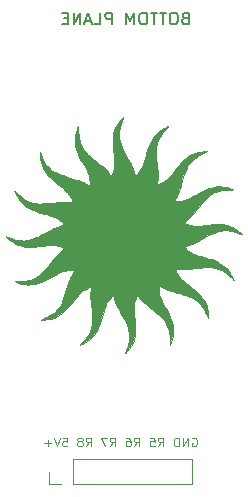
<source format=gbr>
%TF.GenerationSoftware,KiCad,Pcbnew,(5.1.10)-1*%
%TF.CreationDate,2021-07-29T21:44:00-04:00*%
%TF.ProjectId,Test,54657374-2e6b-4696-9361-645f70636258,v01*%
%TF.SameCoordinates,Original*%
%TF.FileFunction,Legend,Bot*%
%TF.FilePolarity,Positive*%
%FSLAX46Y46*%
G04 Gerber Fmt 4.6, Leading zero omitted, Abs format (unit mm)*
G04 Created by KiCad (PCBNEW (5.1.10)-1) date 2021-07-29 21:44:00*
%MOMM*%
%LPD*%
G01*
G04 APERTURE LIST*
%ADD10C,0.150000*%
%ADD11C,0.125000*%
%ADD12C,0.010000*%
%ADD13C,0.120000*%
G04 APERTURE END LIST*
D10*
X155591520Y-87703351D02*
X155448662Y-87750970D01*
X155401043Y-87798589D01*
X155353424Y-87893827D01*
X155353424Y-88036684D01*
X155401043Y-88131922D01*
X155448662Y-88179541D01*
X155543900Y-88227160D01*
X155924853Y-88227160D01*
X155924853Y-87227160D01*
X155591520Y-87227160D01*
X155496281Y-87274780D01*
X155448662Y-87322399D01*
X155401043Y-87417637D01*
X155401043Y-87512875D01*
X155448662Y-87608113D01*
X155496281Y-87655732D01*
X155591520Y-87703351D01*
X155924853Y-87703351D01*
X154734377Y-87227160D02*
X154543900Y-87227160D01*
X154448662Y-87274780D01*
X154353424Y-87370018D01*
X154305805Y-87560494D01*
X154305805Y-87893827D01*
X154353424Y-88084303D01*
X154448662Y-88179541D01*
X154543900Y-88227160D01*
X154734377Y-88227160D01*
X154829615Y-88179541D01*
X154924853Y-88084303D01*
X154972472Y-87893827D01*
X154972472Y-87560494D01*
X154924853Y-87370018D01*
X154829615Y-87274780D01*
X154734377Y-87227160D01*
X154020091Y-87227160D02*
X153448662Y-87227160D01*
X153734377Y-88227160D02*
X153734377Y-87227160D01*
X153258186Y-87227160D02*
X152686758Y-87227160D01*
X152972472Y-88227160D02*
X152972472Y-87227160D01*
X152162948Y-87227160D02*
X151972472Y-87227160D01*
X151877234Y-87274780D01*
X151781996Y-87370018D01*
X151734377Y-87560494D01*
X151734377Y-87893827D01*
X151781996Y-88084303D01*
X151877234Y-88179541D01*
X151972472Y-88227160D01*
X152162948Y-88227160D01*
X152258186Y-88179541D01*
X152353424Y-88084303D01*
X152401043Y-87893827D01*
X152401043Y-87560494D01*
X152353424Y-87370018D01*
X152258186Y-87274780D01*
X152162948Y-87227160D01*
X151305805Y-88227160D02*
X151305805Y-87227160D01*
X150972472Y-87941446D01*
X150639139Y-87227160D01*
X150639139Y-88227160D01*
X149401043Y-88227160D02*
X149401043Y-87227160D01*
X149020091Y-87227160D01*
X148924853Y-87274780D01*
X148877234Y-87322399D01*
X148829615Y-87417637D01*
X148829615Y-87560494D01*
X148877234Y-87655732D01*
X148924853Y-87703351D01*
X149020091Y-87750970D01*
X149401043Y-87750970D01*
X147924853Y-88227160D02*
X148401043Y-88227160D01*
X148401043Y-87227160D01*
X147639139Y-87941446D02*
X147162948Y-87941446D01*
X147734377Y-88227160D02*
X147401043Y-87227160D01*
X147067710Y-88227160D01*
X146734377Y-88227160D02*
X146734377Y-87227160D01*
X146162948Y-88227160D01*
X146162948Y-87227160D01*
X145686758Y-87703351D02*
X145353424Y-87703351D01*
X145210567Y-88227160D02*
X145686758Y-88227160D01*
X145686758Y-87227160D01*
X145210567Y-87227160D01*
D11*
X156205748Y-123249340D02*
X156277177Y-123213625D01*
X156384320Y-123213625D01*
X156491462Y-123249340D01*
X156562891Y-123320768D01*
X156598605Y-123392197D01*
X156634320Y-123535054D01*
X156634320Y-123642197D01*
X156598605Y-123785054D01*
X156562891Y-123856482D01*
X156491462Y-123927911D01*
X156384320Y-123963625D01*
X156312891Y-123963625D01*
X156205748Y-123927911D01*
X156170034Y-123892197D01*
X156170034Y-123642197D01*
X156312891Y-123642197D01*
X155848605Y-123963625D02*
X155848605Y-123213625D01*
X155420034Y-123963625D01*
X155420034Y-123213625D01*
X155062891Y-123963625D02*
X155062891Y-123213625D01*
X154884320Y-123213625D01*
X154777177Y-123249340D01*
X154705748Y-123320768D01*
X154670034Y-123392197D01*
X154634320Y-123535054D01*
X154634320Y-123642197D01*
X154670034Y-123785054D01*
X154705748Y-123856482D01*
X154777177Y-123927911D01*
X154884320Y-123963625D01*
X155062891Y-123963625D01*
X153312891Y-123963625D02*
X153562891Y-123606482D01*
X153741462Y-123963625D02*
X153741462Y-123213625D01*
X153455748Y-123213625D01*
X153384320Y-123249340D01*
X153348605Y-123285054D01*
X153312891Y-123356482D01*
X153312891Y-123463625D01*
X153348605Y-123535054D01*
X153384320Y-123570768D01*
X153455748Y-123606482D01*
X153741462Y-123606482D01*
X152634320Y-123213625D02*
X152991462Y-123213625D01*
X153027177Y-123570768D01*
X152991462Y-123535054D01*
X152920034Y-123499340D01*
X152741462Y-123499340D01*
X152670034Y-123535054D01*
X152634320Y-123570768D01*
X152598605Y-123642197D01*
X152598605Y-123820768D01*
X152634320Y-123892197D01*
X152670034Y-123927911D01*
X152741462Y-123963625D01*
X152920034Y-123963625D01*
X152991462Y-123927911D01*
X153027177Y-123892197D01*
X151277177Y-123963625D02*
X151527177Y-123606482D01*
X151705748Y-123963625D02*
X151705748Y-123213625D01*
X151420034Y-123213625D01*
X151348605Y-123249340D01*
X151312891Y-123285054D01*
X151277177Y-123356482D01*
X151277177Y-123463625D01*
X151312891Y-123535054D01*
X151348605Y-123570768D01*
X151420034Y-123606482D01*
X151705748Y-123606482D01*
X150634320Y-123213625D02*
X150777177Y-123213625D01*
X150848605Y-123249340D01*
X150884320Y-123285054D01*
X150955748Y-123392197D01*
X150991462Y-123535054D01*
X150991462Y-123820768D01*
X150955748Y-123892197D01*
X150920034Y-123927911D01*
X150848605Y-123963625D01*
X150705748Y-123963625D01*
X150634320Y-123927911D01*
X150598605Y-123892197D01*
X150562891Y-123820768D01*
X150562891Y-123642197D01*
X150598605Y-123570768D01*
X150634320Y-123535054D01*
X150705748Y-123499340D01*
X150848605Y-123499340D01*
X150920034Y-123535054D01*
X150955748Y-123570768D01*
X150991462Y-123642197D01*
X149241462Y-123963625D02*
X149491462Y-123606482D01*
X149670034Y-123963625D02*
X149670034Y-123213625D01*
X149384320Y-123213625D01*
X149312891Y-123249340D01*
X149277177Y-123285054D01*
X149241462Y-123356482D01*
X149241462Y-123463625D01*
X149277177Y-123535054D01*
X149312891Y-123570768D01*
X149384320Y-123606482D01*
X149670034Y-123606482D01*
X148991462Y-123213625D02*
X148491462Y-123213625D01*
X148812891Y-123963625D01*
X147205748Y-123963625D02*
X147455748Y-123606482D01*
X147634320Y-123963625D02*
X147634320Y-123213625D01*
X147348605Y-123213625D01*
X147277177Y-123249340D01*
X147241462Y-123285054D01*
X147205748Y-123356482D01*
X147205748Y-123463625D01*
X147241462Y-123535054D01*
X147277177Y-123570768D01*
X147348605Y-123606482D01*
X147634320Y-123606482D01*
X146777177Y-123535054D02*
X146848605Y-123499340D01*
X146884320Y-123463625D01*
X146920034Y-123392197D01*
X146920034Y-123356482D01*
X146884320Y-123285054D01*
X146848605Y-123249340D01*
X146777177Y-123213625D01*
X146634320Y-123213625D01*
X146562891Y-123249340D01*
X146527177Y-123285054D01*
X146491462Y-123356482D01*
X146491462Y-123392197D01*
X146527177Y-123463625D01*
X146562891Y-123499340D01*
X146634320Y-123535054D01*
X146777177Y-123535054D01*
X146848605Y-123570768D01*
X146884320Y-123606482D01*
X146920034Y-123677911D01*
X146920034Y-123820768D01*
X146884320Y-123892197D01*
X146848605Y-123927911D01*
X146777177Y-123963625D01*
X146634320Y-123963625D01*
X146562891Y-123927911D01*
X146527177Y-123892197D01*
X146491462Y-123820768D01*
X146491462Y-123677911D01*
X146527177Y-123606482D01*
X146562891Y-123570768D01*
X146634320Y-123535054D01*
X145241462Y-123213625D02*
X145598605Y-123213625D01*
X145634320Y-123570768D01*
X145598605Y-123535054D01*
X145527177Y-123499340D01*
X145348605Y-123499340D01*
X145277177Y-123535054D01*
X145241462Y-123570768D01*
X145205748Y-123642197D01*
X145205748Y-123820768D01*
X145241462Y-123892197D01*
X145277177Y-123927911D01*
X145348605Y-123963625D01*
X145527177Y-123963625D01*
X145598605Y-123927911D01*
X145634320Y-123892197D01*
X144991462Y-123213625D02*
X144741462Y-123963625D01*
X144491462Y-123213625D01*
X144241462Y-123677911D02*
X143670034Y-123677911D01*
X143955748Y-123963625D02*
X143955748Y-123392197D01*
D12*
%TO.C,G\u002A\u002A\u002A*%
G36*
X150530304Y-116083064D02*
G01*
X150569898Y-116048308D01*
X150626062Y-115989056D01*
X150635970Y-115977875D01*
X150864253Y-115698675D01*
X151046723Y-115432204D01*
X151185618Y-115174710D01*
X151283176Y-114922440D01*
X151300185Y-114864093D01*
X151360559Y-114572322D01*
X151393316Y-114241480D01*
X151398428Y-113875152D01*
X151375866Y-113476924D01*
X151325603Y-113050380D01*
X151314904Y-112979200D01*
X151274754Y-112686513D01*
X151251795Y-112432901D01*
X151246024Y-112209635D01*
X151257439Y-112007989D01*
X151286038Y-111819234D01*
X151314584Y-111696500D01*
X151361997Y-111531863D01*
X151410350Y-111391363D01*
X151456983Y-111281172D01*
X151499235Y-111207461D01*
X151534444Y-111176400D01*
X151539122Y-111175801D01*
X151569463Y-111195044D01*
X151620093Y-111246510D01*
X151682176Y-111320802D01*
X151711151Y-111358715D01*
X151864108Y-111546965D01*
X152044753Y-111735998D01*
X152259252Y-111931768D01*
X152513775Y-112140233D01*
X152548379Y-112167223D01*
X152857750Y-112411868D01*
X153126512Y-112634802D01*
X153358019Y-112839766D01*
X153555625Y-113030502D01*
X153722684Y-113210752D01*
X153862550Y-113384257D01*
X153978577Y-113554759D01*
X154074120Y-113725999D01*
X154152532Y-113901720D01*
X154187537Y-113995784D01*
X154221306Y-114104762D01*
X154248874Y-114223939D01*
X154271330Y-114361379D01*
X154289759Y-114525146D01*
X154305251Y-114723302D01*
X154318892Y-114963910D01*
X154319344Y-114973100D01*
X154338020Y-115354100D01*
X154407236Y-115138200D01*
X154495384Y-114840505D01*
X154556881Y-114576193D01*
X154592656Y-114335987D01*
X154603640Y-114110609D01*
X154590762Y-113890782D01*
X154554951Y-113667228D01*
X154554720Y-113666101D01*
X154503014Y-113448227D01*
X154437207Y-113234020D01*
X154353864Y-113015494D01*
X154249554Y-112784667D01*
X154120844Y-112533554D01*
X153964303Y-112254171D01*
X153901898Y-112147544D01*
X153759862Y-111901364D01*
X153645167Y-111687768D01*
X153554864Y-111498556D01*
X153486003Y-111325530D01*
X153435637Y-111160491D01*
X153400816Y-110995241D01*
X153378592Y-110821580D01*
X153367414Y-110661450D01*
X153361177Y-110524125D01*
X153362730Y-110431808D01*
X153378561Y-110380815D01*
X153415157Y-110367465D01*
X153479004Y-110388074D01*
X153576591Y-110438959D01*
X153668382Y-110490583D01*
X153785213Y-110555262D01*
X153890521Y-110610076D01*
X153992430Y-110658089D01*
X154099062Y-110702367D01*
X154218541Y-110745975D01*
X154358990Y-110791979D01*
X154528532Y-110843445D01*
X154735290Y-110903437D01*
X154846020Y-110934993D01*
X155100995Y-111007958D01*
X155313622Y-111070235D01*
X155490678Y-111124070D01*
X155638942Y-111171710D01*
X155765189Y-111215402D01*
X155876198Y-111257391D01*
X155978747Y-111299925D01*
X156069286Y-111340472D01*
X156361591Y-111497772D01*
X156629465Y-111686773D01*
X156864665Y-111900838D01*
X157058948Y-112133333D01*
X157065392Y-112142412D01*
X157116744Y-112223185D01*
X157182297Y-112338114D01*
X157255460Y-112475005D01*
X157329641Y-112621662D01*
X157372397Y-112710331D01*
X157434015Y-112837987D01*
X157488433Y-112945397D01*
X157532052Y-113025890D01*
X157561275Y-113072793D01*
X157572245Y-113080923D01*
X157574966Y-113037328D01*
X157570434Y-112954567D01*
X157559987Y-112843543D01*
X157544963Y-112715157D01*
X157526698Y-112580314D01*
X157506530Y-112449915D01*
X157485796Y-112334862D01*
X157473819Y-112278506D01*
X157421391Y-112077460D01*
X157361432Y-111907713D01*
X157285726Y-111749771D01*
X157186056Y-111584137D01*
X157172315Y-111563152D01*
X157072043Y-111417643D01*
X156967787Y-111281044D01*
X156854521Y-111148499D01*
X156727219Y-111015152D01*
X156580855Y-110876149D01*
X156410402Y-110726634D01*
X156210834Y-110561750D01*
X155977124Y-110376643D01*
X155811396Y-110248456D01*
X155635912Y-110111796D01*
X155495082Y-109996976D01*
X155381761Y-109896967D01*
X155288802Y-109804739D01*
X155209060Y-109713264D01*
X155135389Y-109615514D01*
X155070657Y-109519874D01*
X155002371Y-109408882D01*
X154935224Y-109288701D01*
X154874448Y-109169995D01*
X154825271Y-109063427D01*
X154792923Y-108979661D01*
X154782520Y-108932299D01*
X154788949Y-108903084D01*
X154817036Y-108893099D01*
X154879980Y-108898376D01*
X154890470Y-108899841D01*
X154952238Y-108905921D01*
X155053560Y-108912839D01*
X155183210Y-108919957D01*
X155329963Y-108926638D01*
X155430220Y-108930481D01*
X155626811Y-108935592D01*
X155792683Y-108934898D01*
X155947672Y-108927534D01*
X156111619Y-108912637D01*
X156268420Y-108893969D01*
X156629036Y-108850741D01*
X156945943Y-108819077D01*
X157224926Y-108799095D01*
X157471769Y-108790911D01*
X157692257Y-108794642D01*
X157892175Y-108810406D01*
X158077307Y-108838319D01*
X158253437Y-108878498D01*
X158426350Y-108931060D01*
X158446563Y-108937999D01*
X158582152Y-108989160D01*
X158706864Y-109046395D01*
X158827858Y-109114676D01*
X158952295Y-109198976D01*
X159087335Y-109304267D01*
X159240138Y-109435523D01*
X159417863Y-109597715D01*
X159479469Y-109655365D01*
X159569529Y-109738444D01*
X159645880Y-109805896D01*
X159701304Y-109851563D01*
X159728586Y-109869288D01*
X159729937Y-109869049D01*
X159724581Y-109841367D01*
X159696298Y-109778825D01*
X159649689Y-109689258D01*
X159589353Y-109580503D01*
X159519890Y-109460396D01*
X159445902Y-109336772D01*
X159371987Y-109217466D01*
X159302747Y-109110316D01*
X159242781Y-109023155D01*
X159202419Y-108970497D01*
X159000786Y-108764720D01*
X158755108Y-108573456D01*
X158471115Y-108401062D01*
X158414720Y-108371527D01*
X158231991Y-108282360D01*
X158050501Y-108203521D01*
X157859669Y-108131236D01*
X157648916Y-108061733D01*
X157407659Y-107991241D01*
X157168189Y-107927072D01*
X156925639Y-107862866D01*
X156725447Y-107806583D01*
X156560341Y-107755308D01*
X156423049Y-107706124D01*
X156306297Y-107656118D01*
X156202815Y-107602372D01*
X156105330Y-107541972D01*
X156006569Y-107472002D01*
X155976320Y-107449253D01*
X155890445Y-107379852D01*
X155800233Y-107300119D01*
X155713581Y-107217941D01*
X155638384Y-107141207D01*
X155582536Y-107077805D01*
X155553934Y-107035623D01*
X155552123Y-107025445D01*
X155579086Y-107007741D01*
X155644722Y-106981715D01*
X155738389Y-106951235D01*
X155822055Y-106927393D01*
X155966865Y-106886228D01*
X156099548Y-106842836D01*
X156228976Y-106793233D01*
X156364017Y-106733436D01*
X156513544Y-106659464D01*
X156686425Y-106567332D01*
X156891531Y-106453058D01*
X156941520Y-106424745D01*
X157259476Y-106247551D01*
X157541589Y-106098040D01*
X157793259Y-105974239D01*
X158019892Y-105874179D01*
X158226889Y-105795888D01*
X158419654Y-105737396D01*
X158603590Y-105696731D01*
X158784099Y-105671923D01*
X158966586Y-105661002D01*
X159037861Y-105660082D01*
X159256568Y-105666863D01*
X159447702Y-105690436D01*
X159632840Y-105734754D01*
X159833560Y-105803773D01*
X159844120Y-105807838D01*
X160046913Y-105886063D01*
X160204751Y-105945894D01*
X160320067Y-105987232D01*
X160395298Y-106009976D01*
X160432879Y-106014029D01*
X160435244Y-105999290D01*
X160404830Y-105965662D01*
X160344070Y-105913045D01*
X160255401Y-105841340D01*
X160195394Y-105793551D01*
X159960669Y-105615823D01*
X159746122Y-105473995D01*
X159541906Y-105362991D01*
X159338176Y-105277732D01*
X159125084Y-105213141D01*
X159024320Y-105189637D01*
X158855758Y-105163419D01*
X158648537Y-105147150D01*
X158413788Y-105140709D01*
X158162645Y-105143979D01*
X157906239Y-105156840D01*
X157655704Y-105179173D01*
X157449520Y-105206475D01*
X157191051Y-105240511D01*
X156931732Y-105262704D01*
X156680476Y-105273030D01*
X156446199Y-105271468D01*
X156237814Y-105257994D01*
X156064235Y-105232585D01*
X155976320Y-105210298D01*
X155798926Y-105152535D01*
X155667167Y-105105110D01*
X155577293Y-105066457D01*
X155525553Y-105035011D01*
X155509593Y-105015412D01*
X155521336Y-104982597D01*
X155574527Y-104928000D01*
X155670413Y-104850425D01*
X155719368Y-104813891D01*
X155847671Y-104714610D01*
X155969486Y-104608485D01*
X156091493Y-104488533D01*
X156220372Y-104347768D01*
X156362801Y-104179208D01*
X156525462Y-103975867D01*
X156546228Y-103949348D01*
X156776313Y-103659570D01*
X156983444Y-103409177D01*
X157171497Y-103194417D01*
X157344345Y-103011535D01*
X157505863Y-102856779D01*
X157659925Y-102726395D01*
X157810405Y-102616630D01*
X157961178Y-102523730D01*
X158084520Y-102459075D01*
X158226967Y-102394261D01*
X158363217Y-102343690D01*
X158503836Y-102305140D01*
X158659393Y-102276389D01*
X158840455Y-102255215D01*
X159057591Y-102239397D01*
X159154014Y-102234216D01*
X159305900Y-102226203D01*
X159439506Y-102218299D01*
X159546885Y-102211045D01*
X159620087Y-102204982D01*
X159651164Y-102200649D01*
X159651608Y-102200379D01*
X159633141Y-102189327D01*
X159575750Y-102166976D01*
X159489085Y-102136893D01*
X159412578Y-102112004D01*
X159097279Y-102022041D01*
X158811571Y-101963653D01*
X158545322Y-101936751D01*
X158288399Y-101941246D01*
X158030670Y-101977049D01*
X157762000Y-102044070D01*
X157600456Y-102096078D01*
X157438350Y-102155244D01*
X157278816Y-102221007D01*
X157113445Y-102297518D01*
X156933832Y-102388926D01*
X156731570Y-102499380D01*
X156498250Y-102633030D01*
X156420820Y-102678341D01*
X156269028Y-102765575D01*
X156117948Y-102848923D01*
X155978055Y-102922856D01*
X155859824Y-102981848D01*
X155773732Y-103020374D01*
X155768881Y-103022277D01*
X155531987Y-103096301D01*
X155270055Y-103147874D01*
X155005376Y-103172995D01*
X154918892Y-103174800D01*
X154804065Y-103172612D01*
X154735446Y-103161062D01*
X154708908Y-103132678D01*
X154720326Y-103079985D01*
X154765570Y-102995511D01*
X154793877Y-102948411D01*
X154876813Y-102804608D01*
X154950833Y-102658870D01*
X155019372Y-102502446D01*
X155085868Y-102326582D01*
X155153755Y-102122528D01*
X155226471Y-101881529D01*
X155263465Y-101752400D01*
X155354886Y-101434982D01*
X155437622Y-101161540D01*
X155513864Y-100926429D01*
X155585804Y-100724001D01*
X155655632Y-100548612D01*
X155725539Y-100394615D01*
X155797716Y-100256364D01*
X155874354Y-100128214D01*
X155921577Y-100056489D01*
X156034273Y-99900898D01*
X156149491Y-99765612D01*
X156274860Y-99644621D01*
X156418011Y-99531921D01*
X156586574Y-99421502D01*
X156788179Y-99307359D01*
X157030420Y-99183502D01*
X157487620Y-98958063D01*
X157284420Y-98973490D01*
X156984017Y-99003997D01*
X156710823Y-99049676D01*
X156459809Y-99113666D01*
X156225951Y-99199107D01*
X156004223Y-99309138D01*
X155789597Y-99446897D01*
X155577048Y-99615525D01*
X155361550Y-99818160D01*
X155138077Y-100057941D01*
X154901603Y-100338008D01*
X154707670Y-100582864D01*
X154554513Y-100778916D01*
X154426071Y-100939117D01*
X154317372Y-101068837D01*
X154223445Y-101173447D01*
X154139318Y-101258318D01*
X154060021Y-101328823D01*
X153980581Y-101390332D01*
X153923680Y-101429938D01*
X153821282Y-101494416D01*
X153704450Y-101561318D01*
X153583626Y-101625424D01*
X153469248Y-101681512D01*
X153371760Y-101724360D01*
X153301600Y-101748746D01*
X153278913Y-101752400D01*
X153258580Y-101751341D01*
X153244879Y-101743372D01*
X153237728Y-101721306D01*
X153237046Y-101677958D01*
X153242749Y-101606140D01*
X153254756Y-101498667D01*
X153272985Y-101348351D01*
X153274179Y-101338594D01*
X153285954Y-101238978D01*
X153294630Y-101151349D01*
X153299840Y-101068886D01*
X153301222Y-100984767D01*
X153298409Y-100892170D01*
X153291036Y-100784272D01*
X153278740Y-100654253D01*
X153261155Y-100495290D01*
X153237916Y-100300561D01*
X153208658Y-100063245D01*
X153203932Y-100025200D01*
X153174372Y-99745140D01*
X153154615Y-99465135D01*
X153144674Y-99193558D01*
X153144562Y-98938785D01*
X153154292Y-98709188D01*
X153173877Y-98513143D01*
X153201417Y-98366403D01*
X153251263Y-98185535D01*
X153305111Y-98027148D01*
X153368038Y-97882648D01*
X153445124Y-97743443D01*
X153541449Y-97600939D01*
X153662091Y-97446544D01*
X153812128Y-97271665D01*
X153918532Y-97153156D01*
X154011571Y-97049274D01*
X154090143Y-96958719D01*
X154148855Y-96887939D01*
X154182317Y-96843383D01*
X154187766Y-96831180D01*
X154161090Y-96837063D01*
X154099577Y-96864191D01*
X154012040Y-96907823D01*
X153907295Y-96963221D01*
X153794155Y-97025643D01*
X153681434Y-97090351D01*
X153577947Y-97152605D01*
X153512520Y-97194290D01*
X153388932Y-97287082D01*
X153251972Y-97408336D01*
X153114737Y-97544838D01*
X152990321Y-97683373D01*
X152891820Y-97810729D01*
X152871802Y-97840800D01*
X152777958Y-97995231D01*
X152693772Y-98150899D01*
X152616353Y-98315198D01*
X152542806Y-98495519D01*
X152470240Y-98699253D01*
X152395761Y-98933792D01*
X152316476Y-99206527D01*
X152266569Y-99387260D01*
X152196344Y-99639872D01*
X152133789Y-99850126D01*
X152075708Y-100025285D01*
X152018902Y-100172616D01*
X151960174Y-100299382D01*
X151896327Y-100412849D01*
X151824163Y-100520281D01*
X151740484Y-100628943D01*
X151696718Y-100681970D01*
X151583461Y-100812982D01*
X151495687Y-100904908D01*
X151430102Y-100960526D01*
X151383415Y-100982615D01*
X151352332Y-100973953D01*
X151351570Y-100973211D01*
X151334402Y-100938925D01*
X151309188Y-100867870D01*
X151280182Y-100772564D01*
X151266136Y-100721785D01*
X151224435Y-100575190D01*
X151179436Y-100438400D01*
X151127406Y-100303185D01*
X151064610Y-100161317D01*
X150987317Y-100004567D01*
X150891793Y-99824708D01*
X150774305Y-99613511D01*
X150719632Y-99517200D01*
X150609940Y-99324296D01*
X150521985Y-99168039D01*
X150452008Y-99041139D01*
X150396251Y-98936306D01*
X150350954Y-98846249D01*
X150312360Y-98763677D01*
X150276708Y-98681299D01*
X150240241Y-98591825D01*
X150232392Y-98572117D01*
X150140545Y-98323765D01*
X150074953Y-98103031D01*
X150032623Y-97895996D01*
X150010562Y-97688742D01*
X150005499Y-97516927D01*
X150007391Y-97374264D01*
X150014973Y-97248997D01*
X150030514Y-97130665D01*
X150056286Y-97008805D01*
X150094557Y-96872954D01*
X150147598Y-96712649D01*
X150217679Y-96517429D01*
X150229064Y-96486485D01*
X150275673Y-96357807D01*
X150314311Y-96246745D01*
X150342222Y-96161589D01*
X150356649Y-96110624D01*
X150357651Y-96099866D01*
X150338126Y-96113485D01*
X150294035Y-96158447D01*
X150232958Y-96226758D01*
X150193445Y-96273081D01*
X149990629Y-96529790D01*
X149827911Y-96772321D01*
X149700834Y-97010899D01*
X149604944Y-97255752D01*
X149535782Y-97517104D01*
X149488895Y-97805183D01*
X149476513Y-97918395D01*
X149465552Y-98080399D01*
X149464102Y-98252625D01*
X149472681Y-98443278D01*
X149491804Y-98660561D01*
X149521987Y-98912679D01*
X149553163Y-99136200D01*
X149589710Y-99441076D01*
X149608452Y-99743809D01*
X149612142Y-99949000D01*
X149613620Y-100368100D01*
X149499320Y-100698300D01*
X149442633Y-100854062D01*
X149397456Y-100960589D01*
X149363828Y-101017799D01*
X149348019Y-101028500D01*
X149316822Y-101009445D01*
X149265121Y-100958547D01*
X149202070Y-100885210D01*
X149174957Y-100850700D01*
X148953960Y-100588661D01*
X148698660Y-100337063D01*
X148422077Y-100104361D01*
X148216215Y-99942133D01*
X148045401Y-99806830D01*
X147904543Y-99694244D01*
X147788549Y-99600166D01*
X147692327Y-99520386D01*
X147610785Y-99450696D01*
X147538829Y-99386886D01*
X147471368Y-99324748D01*
X147420179Y-99276252D01*
X147171655Y-99013110D01*
X146964637Y-98739950D01*
X146803535Y-98462657D01*
X146790714Y-98436175D01*
X146722333Y-98280430D01*
X146669081Y-98128476D01*
X146628826Y-97969741D01*
X146599434Y-97793653D01*
X146578775Y-97589642D01*
X146564716Y-97347134D01*
X146563069Y-97307400D01*
X146544399Y-96837500D01*
X146457458Y-97104200D01*
X146363671Y-97424696D01*
X146302760Y-97716565D01*
X146274687Y-97989876D01*
X146279412Y-98254697D01*
X146316898Y-98521098D01*
X146387107Y-98799146D01*
X146450271Y-98990893D01*
X146509944Y-99151706D01*
X146571684Y-99301300D01*
X146640607Y-99450064D01*
X146721826Y-99608385D01*
X146820457Y-99786653D01*
X146941615Y-99995256D01*
X146960380Y-100026992D01*
X147088701Y-100246847D01*
X147192093Y-100432003D01*
X147274094Y-100589836D01*
X147338241Y-100727722D01*
X147388073Y-100853036D01*
X147427126Y-100973155D01*
X147444387Y-101036159D01*
X147466362Y-101139768D01*
X147485122Y-101262924D01*
X147500007Y-101395410D01*
X147510357Y-101527007D01*
X147515512Y-101647499D01*
X147514813Y-101746668D01*
X147507599Y-101814297D01*
X147496239Y-101839125D01*
X147463337Y-101834453D01*
X147398445Y-101807244D01*
X147312316Y-101762418D01*
X147252630Y-101727732D01*
X147130824Y-101657119D01*
X147011424Y-101595109D01*
X146885881Y-101538379D01*
X146745644Y-101483606D01*
X146582163Y-101427464D01*
X146386889Y-101366631D01*
X146151272Y-101297782D01*
X146133820Y-101292797D01*
X145851740Y-101211472D01*
X145612860Y-101140587D01*
X145411129Y-101078126D01*
X145240497Y-101022075D01*
X145094914Y-100970418D01*
X144968331Y-100921140D01*
X144854696Y-100872226D01*
X144811673Y-100852386D01*
X144515438Y-100696899D01*
X144262424Y-100526725D01*
X144045668Y-100335075D01*
X143858210Y-100115160D01*
X143693086Y-99860193D01*
X143588017Y-99659210D01*
X143525540Y-99530066D01*
X143463901Y-99403357D01*
X143410072Y-99293372D01*
X143371024Y-99214398D01*
X143370025Y-99212400D01*
X143300144Y-99072700D01*
X143313301Y-99288600D01*
X143340654Y-99584892D01*
X143386922Y-99857446D01*
X143455033Y-100110831D01*
X143547914Y-100349618D01*
X143668493Y-100578377D01*
X143819697Y-100801676D01*
X144004454Y-101024085D01*
X144225691Y-101250175D01*
X144486336Y-101484514D01*
X144789316Y-101731673D01*
X144965420Y-101867424D01*
X145237753Y-102085119D01*
X145470433Y-102294682D01*
X145661121Y-102493756D01*
X145807480Y-102679981D01*
X145871093Y-102781100D01*
X145941409Y-102911287D01*
X146002043Y-103034535D01*
X146049523Y-103142633D01*
X146080373Y-103227371D01*
X146091119Y-103280536D01*
X146087674Y-103292913D01*
X146056742Y-103297015D01*
X145987183Y-103294292D01*
X145890609Y-103285442D01*
X145818929Y-103276746D01*
X145617615Y-103259605D01*
X145377557Y-103255183D01*
X145109092Y-103263102D01*
X144822560Y-103282986D01*
X144528298Y-103314459D01*
X144432020Y-103327218D01*
X144239475Y-103350261D01*
X144026953Y-103369306D01*
X143804519Y-103384004D01*
X143582239Y-103394009D01*
X143370181Y-103398973D01*
X143178410Y-103398546D01*
X143016994Y-103392381D01*
X142896930Y-103380278D01*
X142672718Y-103332182D01*
X142441097Y-103259656D01*
X142221603Y-103169710D01*
X142038234Y-103072127D01*
X141951954Y-103012884D01*
X141840157Y-102927434D01*
X141713972Y-102824746D01*
X141584528Y-102713794D01*
X141503136Y-102640780D01*
X141394716Y-102542533D01*
X141299570Y-102458280D01*
X141223786Y-102393247D01*
X141173448Y-102352665D01*
X141154785Y-102341468D01*
X141162404Y-102366265D01*
X141190466Y-102427018D01*
X141234807Y-102515237D01*
X141291262Y-102622437D01*
X141306461Y-102650617D01*
X141440228Y-102883127D01*
X141577543Y-103089829D01*
X141722940Y-103273661D01*
X141880953Y-103437559D01*
X142056114Y-103584463D01*
X142252956Y-103717309D01*
X142476013Y-103839036D01*
X142729819Y-103952581D01*
X143018906Y-104060883D01*
X143347807Y-104166878D01*
X143721057Y-104273506D01*
X143873706Y-104314338D01*
X144075389Y-104368362D01*
X144236514Y-104414215D01*
X144365988Y-104455302D01*
X144472716Y-104495026D01*
X144565606Y-104536792D01*
X144653563Y-104584005D01*
X144745493Y-104640070D01*
X144774491Y-104658680D01*
X144860470Y-104719294D01*
X144957620Y-104795699D01*
X145057928Y-104880579D01*
X145153382Y-104966614D01*
X145235967Y-105046487D01*
X145297671Y-105112879D01*
X145330480Y-105158473D01*
X145333720Y-105169396D01*
X145310843Y-105193000D01*
X145251142Y-105218023D01*
X145200370Y-105231759D01*
X144977204Y-105290766D01*
X144749252Y-105369439D01*
X144508649Y-105471162D01*
X144247529Y-105599320D01*
X143958027Y-105757297D01*
X143895109Y-105793298D01*
X143722349Y-105889831D01*
X143530344Y-105992058D01*
X143331093Y-106093988D01*
X143136596Y-106189629D01*
X142958853Y-106272989D01*
X142809864Y-106338079D01*
X142778281Y-106350888D01*
X142549081Y-106432452D01*
X142334271Y-106486512D01*
X142113638Y-106516870D01*
X141866974Y-106527325D01*
X141839502Y-106527423D01*
X141699395Y-106525856D01*
X141578298Y-106519518D01*
X141466003Y-106506199D01*
X141352300Y-106483689D01*
X141226982Y-106449777D01*
X141079838Y-106402254D01*
X140900661Y-106338909D01*
X140801607Y-106302723D01*
X140677042Y-106257783D01*
X140570345Y-106220905D01*
X140490073Y-106194918D01*
X140444783Y-106182655D01*
X140438021Y-106182432D01*
X140450830Y-106202813D01*
X140495983Y-106247500D01*
X140565578Y-106309798D01*
X140651716Y-106383010D01*
X140746498Y-106460441D01*
X140842022Y-106535395D01*
X140930390Y-106601176D01*
X140940961Y-106608719D01*
X141233674Y-106786540D01*
X141548553Y-106919888D01*
X141888213Y-107009772D01*
X142050197Y-107036356D01*
X142213965Y-107050918D01*
X142415437Y-107056802D01*
X142642344Y-107054452D01*
X142882414Y-107044309D01*
X143123378Y-107026819D01*
X143352966Y-107002422D01*
X143479520Y-106984752D01*
X143644439Y-106962674D01*
X143835743Y-106942414D01*
X144029018Y-106926297D01*
X144190720Y-106917002D01*
X144338411Y-106911714D01*
X144449940Y-106910396D01*
X144539874Y-106914426D01*
X144622785Y-106925182D01*
X144713241Y-106944041D01*
X144825815Y-106972382D01*
X144853764Y-106979702D01*
X145042680Y-107032571D01*
X145183807Y-107079680D01*
X145279690Y-107122124D01*
X145332877Y-107160999D01*
X145346420Y-107191562D01*
X145327509Y-107222280D01*
X145275852Y-107276516D01*
X145199067Y-107346935D01*
X145104767Y-107426204D01*
X145092420Y-107436136D01*
X144999038Y-107512390D01*
X144914930Y-107585261D01*
X144834876Y-107660459D01*
X144753658Y-107743697D01*
X144666057Y-107840685D01*
X144566855Y-107957135D01*
X144450833Y-108098760D01*
X144312772Y-108271269D01*
X144205164Y-108407200D01*
X144062578Y-108582418D01*
X143905524Y-108766275D01*
X143746326Y-108944823D01*
X143597310Y-109104113D01*
X143520685Y-109181900D01*
X143317712Y-109373033D01*
X143124193Y-109532221D01*
X142932802Y-109662215D01*
X142736212Y-109765763D01*
X142527097Y-109845614D01*
X142298131Y-109904518D01*
X142041989Y-109945224D01*
X141751342Y-109970480D01*
X141418866Y-109983037D01*
X141384020Y-109983683D01*
X141180820Y-109987158D01*
X141485620Y-110087100D01*
X141778258Y-110172053D01*
X142056641Y-110228467D01*
X142326253Y-110255347D01*
X142592576Y-110251697D01*
X142861093Y-110216520D01*
X143137286Y-110148820D01*
X143426639Y-110047601D01*
X143734634Y-109911866D01*
X144066755Y-109740620D01*
X144381220Y-109561010D01*
X144634972Y-109414630D01*
X144856466Y-109296649D01*
X145053585Y-109204333D01*
X145234210Y-109134945D01*
X145406224Y-109085748D01*
X145577507Y-109054006D01*
X145755942Y-109036982D01*
X145904540Y-109032168D01*
X146034827Y-109032907D01*
X146118613Y-109042037D01*
X146160111Y-109065033D01*
X146163538Y-109107371D01*
X146133108Y-109174525D01*
X146080355Y-109260552D01*
X145991688Y-109410393D01*
X145910642Y-109572855D01*
X145833885Y-109756260D01*
X145758088Y-109968925D01*
X145679917Y-110219171D01*
X145636969Y-110367819D01*
X145539573Y-110705994D01*
X145450854Y-110999232D01*
X145368965Y-111252294D01*
X145292057Y-111469940D01*
X145218284Y-111656932D01*
X145145798Y-111818029D01*
X145072751Y-111957993D01*
X144997296Y-112081585D01*
X144940019Y-112163678D01*
X144799035Y-112343526D01*
X144657700Y-112496908D01*
X144506808Y-112630903D01*
X144337156Y-112752590D01*
X144139539Y-112869049D01*
X143904754Y-112987360D01*
X143814413Y-113029454D01*
X143684060Y-113090415D01*
X143573745Y-113144336D01*
X143490143Y-113187758D01*
X143439924Y-113217222D01*
X143429209Y-113229130D01*
X143472221Y-113231766D01*
X143554646Y-113227364D01*
X143665782Y-113217199D01*
X143794928Y-113202546D01*
X143931380Y-113184681D01*
X144064438Y-113164877D01*
X144183399Y-113144411D01*
X144245886Y-113131839D01*
X144485658Y-113066134D01*
X144715572Y-112974056D01*
X144939444Y-112852618D01*
X145161089Y-112698836D01*
X145384324Y-112509725D01*
X145612963Y-112282300D01*
X145850822Y-112013577D01*
X146101718Y-111700569D01*
X146140823Y-111649470D01*
X146293215Y-111450901D01*
X146421417Y-111288266D01*
X146530577Y-111156024D01*
X146625840Y-111048637D01*
X146712354Y-110960564D01*
X146795265Y-110886265D01*
X146879719Y-110820202D01*
X146968906Y-110758134D01*
X147090814Y-110681272D01*
X147219436Y-110607278D01*
X147344901Y-110541112D01*
X147457335Y-110487736D01*
X147546867Y-110452112D01*
X147603491Y-110439201D01*
X147621424Y-110439006D01*
X147633989Y-110442956D01*
X147641028Y-110457852D01*
X147642384Y-110490491D01*
X147637899Y-110547676D01*
X147627416Y-110636205D01*
X147610777Y-110762879D01*
X147592909Y-110896400D01*
X147582738Y-110984997D01*
X147576773Y-111073657D01*
X147575398Y-111169413D01*
X147578999Y-111279296D01*
X147587959Y-111410337D01*
X147602664Y-111569568D01*
X147623498Y-111764021D01*
X147650846Y-112000726D01*
X147655456Y-112039654D01*
X147690321Y-112351085D01*
X147715611Y-112620213D01*
X147731690Y-112854555D01*
X147738925Y-113061626D01*
X147737681Y-113248940D01*
X147728323Y-113424014D01*
X147724832Y-113465932D01*
X147700432Y-113684556D01*
X147667576Y-113868045D01*
X147622322Y-114031866D01*
X147560729Y-114191482D01*
X147514447Y-114291346D01*
X147450117Y-114417378D01*
X147385809Y-114528084D01*
X147314048Y-114633738D01*
X147227363Y-114744617D01*
X147118281Y-114870996D01*
X146992991Y-115008417D01*
X146876426Y-115134358D01*
X146791643Y-115226962D01*
X146736037Y-115290282D01*
X146707001Y-115328373D01*
X146701931Y-115345290D01*
X146718220Y-115345085D01*
X146753263Y-115331814D01*
X146797528Y-115312554D01*
X146898052Y-115265617D01*
X147002815Y-115212316D01*
X147035520Y-115194498D01*
X147303661Y-115033698D01*
X147529423Y-114872708D01*
X147720610Y-114703441D01*
X147885025Y-114517811D01*
X148030471Y-114307731D01*
X148164753Y-114065115D01*
X148205111Y-113982500D01*
X148270341Y-113840918D01*
X148328815Y-113702838D01*
X148383469Y-113559630D01*
X148437238Y-113402661D01*
X148493056Y-113223298D01*
X148553859Y-113012909D01*
X148622581Y-112762861D01*
X148633287Y-112723135D01*
X148699321Y-112483481D01*
X148758465Y-112285290D01*
X148814581Y-112120375D01*
X148871532Y-111980548D01*
X148933179Y-111857622D01*
X149003385Y-111743412D01*
X149086012Y-111629730D01*
X149184923Y-111508390D01*
X149232620Y-111452747D01*
X149333740Y-111339388D01*
X149409440Y-111263320D01*
X149464364Y-111220889D01*
X149503160Y-111208439D01*
X149528352Y-111220073D01*
X149543876Y-111252891D01*
X149568184Y-111324158D01*
X149597815Y-111423019D01*
X149626164Y-111526594D01*
X149663204Y-111659451D01*
X149703059Y-111782298D01*
X149749516Y-111903440D01*
X149806365Y-112031179D01*
X149877392Y-112173820D01*
X149966387Y-112339666D01*
X150077138Y-112537021D01*
X150126631Y-112623600D01*
X150301379Y-112934146D01*
X150448232Y-113209506D01*
X150569270Y-113455511D01*
X150666575Y-113677988D01*
X150742227Y-113882768D01*
X150798305Y-114075679D01*
X150836891Y-114262549D01*
X150860065Y-114449209D01*
X150869908Y-114641486D01*
X150870586Y-114707967D01*
X150867373Y-114859018D01*
X150855734Y-114996998D01*
X150833216Y-115132805D01*
X150797369Y-115277334D01*
X150745739Y-115441481D01*
X150675876Y-115636145D01*
X150640975Y-115728398D01*
X150595221Y-115850059D01*
X150556918Y-115955735D01*
X150529417Y-116035890D01*
X150516066Y-116080988D01*
X150515320Y-116086114D01*
X150530304Y-116083064D01*
G37*
X150530304Y-116083064D02*
X150569898Y-116048308D01*
X150626062Y-115989056D01*
X150635970Y-115977875D01*
X150864253Y-115698675D01*
X151046723Y-115432204D01*
X151185618Y-115174710D01*
X151283176Y-114922440D01*
X151300185Y-114864093D01*
X151360559Y-114572322D01*
X151393316Y-114241480D01*
X151398428Y-113875152D01*
X151375866Y-113476924D01*
X151325603Y-113050380D01*
X151314904Y-112979200D01*
X151274754Y-112686513D01*
X151251795Y-112432901D01*
X151246024Y-112209635D01*
X151257439Y-112007989D01*
X151286038Y-111819234D01*
X151314584Y-111696500D01*
X151361997Y-111531863D01*
X151410350Y-111391363D01*
X151456983Y-111281172D01*
X151499235Y-111207461D01*
X151534444Y-111176400D01*
X151539122Y-111175801D01*
X151569463Y-111195044D01*
X151620093Y-111246510D01*
X151682176Y-111320802D01*
X151711151Y-111358715D01*
X151864108Y-111546965D01*
X152044753Y-111735998D01*
X152259252Y-111931768D01*
X152513775Y-112140233D01*
X152548379Y-112167223D01*
X152857750Y-112411868D01*
X153126512Y-112634802D01*
X153358019Y-112839766D01*
X153555625Y-113030502D01*
X153722684Y-113210752D01*
X153862550Y-113384257D01*
X153978577Y-113554759D01*
X154074120Y-113725999D01*
X154152532Y-113901720D01*
X154187537Y-113995784D01*
X154221306Y-114104762D01*
X154248874Y-114223939D01*
X154271330Y-114361379D01*
X154289759Y-114525146D01*
X154305251Y-114723302D01*
X154318892Y-114963910D01*
X154319344Y-114973100D01*
X154338020Y-115354100D01*
X154407236Y-115138200D01*
X154495384Y-114840505D01*
X154556881Y-114576193D01*
X154592656Y-114335987D01*
X154603640Y-114110609D01*
X154590762Y-113890782D01*
X154554951Y-113667228D01*
X154554720Y-113666101D01*
X154503014Y-113448227D01*
X154437207Y-113234020D01*
X154353864Y-113015494D01*
X154249554Y-112784667D01*
X154120844Y-112533554D01*
X153964303Y-112254171D01*
X153901898Y-112147544D01*
X153759862Y-111901364D01*
X153645167Y-111687768D01*
X153554864Y-111498556D01*
X153486003Y-111325530D01*
X153435637Y-111160491D01*
X153400816Y-110995241D01*
X153378592Y-110821580D01*
X153367414Y-110661450D01*
X153361177Y-110524125D01*
X153362730Y-110431808D01*
X153378561Y-110380815D01*
X153415157Y-110367465D01*
X153479004Y-110388074D01*
X153576591Y-110438959D01*
X153668382Y-110490583D01*
X153785213Y-110555262D01*
X153890521Y-110610076D01*
X153992430Y-110658089D01*
X154099062Y-110702367D01*
X154218541Y-110745975D01*
X154358990Y-110791979D01*
X154528532Y-110843445D01*
X154735290Y-110903437D01*
X154846020Y-110934993D01*
X155100995Y-111007958D01*
X155313622Y-111070235D01*
X155490678Y-111124070D01*
X155638942Y-111171710D01*
X155765189Y-111215402D01*
X155876198Y-111257391D01*
X155978747Y-111299925D01*
X156069286Y-111340472D01*
X156361591Y-111497772D01*
X156629465Y-111686773D01*
X156864665Y-111900838D01*
X157058948Y-112133333D01*
X157065392Y-112142412D01*
X157116744Y-112223185D01*
X157182297Y-112338114D01*
X157255460Y-112475005D01*
X157329641Y-112621662D01*
X157372397Y-112710331D01*
X157434015Y-112837987D01*
X157488433Y-112945397D01*
X157532052Y-113025890D01*
X157561275Y-113072793D01*
X157572245Y-113080923D01*
X157574966Y-113037328D01*
X157570434Y-112954567D01*
X157559987Y-112843543D01*
X157544963Y-112715157D01*
X157526698Y-112580314D01*
X157506530Y-112449915D01*
X157485796Y-112334862D01*
X157473819Y-112278506D01*
X157421391Y-112077460D01*
X157361432Y-111907713D01*
X157285726Y-111749771D01*
X157186056Y-111584137D01*
X157172315Y-111563152D01*
X157072043Y-111417643D01*
X156967787Y-111281044D01*
X156854521Y-111148499D01*
X156727219Y-111015152D01*
X156580855Y-110876149D01*
X156410402Y-110726634D01*
X156210834Y-110561750D01*
X155977124Y-110376643D01*
X155811396Y-110248456D01*
X155635912Y-110111796D01*
X155495082Y-109996976D01*
X155381761Y-109896967D01*
X155288802Y-109804739D01*
X155209060Y-109713264D01*
X155135389Y-109615514D01*
X155070657Y-109519874D01*
X155002371Y-109408882D01*
X154935224Y-109288701D01*
X154874448Y-109169995D01*
X154825271Y-109063427D01*
X154792923Y-108979661D01*
X154782520Y-108932299D01*
X154788949Y-108903084D01*
X154817036Y-108893099D01*
X154879980Y-108898376D01*
X154890470Y-108899841D01*
X154952238Y-108905921D01*
X155053560Y-108912839D01*
X155183210Y-108919957D01*
X155329963Y-108926638D01*
X155430220Y-108930481D01*
X155626811Y-108935592D01*
X155792683Y-108934898D01*
X155947672Y-108927534D01*
X156111619Y-108912637D01*
X156268420Y-108893969D01*
X156629036Y-108850741D01*
X156945943Y-108819077D01*
X157224926Y-108799095D01*
X157471769Y-108790911D01*
X157692257Y-108794642D01*
X157892175Y-108810406D01*
X158077307Y-108838319D01*
X158253437Y-108878498D01*
X158426350Y-108931060D01*
X158446563Y-108937999D01*
X158582152Y-108989160D01*
X158706864Y-109046395D01*
X158827858Y-109114676D01*
X158952295Y-109198976D01*
X159087335Y-109304267D01*
X159240138Y-109435523D01*
X159417863Y-109597715D01*
X159479469Y-109655365D01*
X159569529Y-109738444D01*
X159645880Y-109805896D01*
X159701304Y-109851563D01*
X159728586Y-109869288D01*
X159729937Y-109869049D01*
X159724581Y-109841367D01*
X159696298Y-109778825D01*
X159649689Y-109689258D01*
X159589353Y-109580503D01*
X159519890Y-109460396D01*
X159445902Y-109336772D01*
X159371987Y-109217466D01*
X159302747Y-109110316D01*
X159242781Y-109023155D01*
X159202419Y-108970497D01*
X159000786Y-108764720D01*
X158755108Y-108573456D01*
X158471115Y-108401062D01*
X158414720Y-108371527D01*
X158231991Y-108282360D01*
X158050501Y-108203521D01*
X157859669Y-108131236D01*
X157648916Y-108061733D01*
X157407659Y-107991241D01*
X157168189Y-107927072D01*
X156925639Y-107862866D01*
X156725447Y-107806583D01*
X156560341Y-107755308D01*
X156423049Y-107706124D01*
X156306297Y-107656118D01*
X156202815Y-107602372D01*
X156105330Y-107541972D01*
X156006569Y-107472002D01*
X155976320Y-107449253D01*
X155890445Y-107379852D01*
X155800233Y-107300119D01*
X155713581Y-107217941D01*
X155638384Y-107141207D01*
X155582536Y-107077805D01*
X155553934Y-107035623D01*
X155552123Y-107025445D01*
X155579086Y-107007741D01*
X155644722Y-106981715D01*
X155738389Y-106951235D01*
X155822055Y-106927393D01*
X155966865Y-106886228D01*
X156099548Y-106842836D01*
X156228976Y-106793233D01*
X156364017Y-106733436D01*
X156513544Y-106659464D01*
X156686425Y-106567332D01*
X156891531Y-106453058D01*
X156941520Y-106424745D01*
X157259476Y-106247551D01*
X157541589Y-106098040D01*
X157793259Y-105974239D01*
X158019892Y-105874179D01*
X158226889Y-105795888D01*
X158419654Y-105737396D01*
X158603590Y-105696731D01*
X158784099Y-105671923D01*
X158966586Y-105661002D01*
X159037861Y-105660082D01*
X159256568Y-105666863D01*
X159447702Y-105690436D01*
X159632840Y-105734754D01*
X159833560Y-105803773D01*
X159844120Y-105807838D01*
X160046913Y-105886063D01*
X160204751Y-105945894D01*
X160320067Y-105987232D01*
X160395298Y-106009976D01*
X160432879Y-106014029D01*
X160435244Y-105999290D01*
X160404830Y-105965662D01*
X160344070Y-105913045D01*
X160255401Y-105841340D01*
X160195394Y-105793551D01*
X159960669Y-105615823D01*
X159746122Y-105473995D01*
X159541906Y-105362991D01*
X159338176Y-105277732D01*
X159125084Y-105213141D01*
X159024320Y-105189637D01*
X158855758Y-105163419D01*
X158648537Y-105147150D01*
X158413788Y-105140709D01*
X158162645Y-105143979D01*
X157906239Y-105156840D01*
X157655704Y-105179173D01*
X157449520Y-105206475D01*
X157191051Y-105240511D01*
X156931732Y-105262704D01*
X156680476Y-105273030D01*
X156446199Y-105271468D01*
X156237814Y-105257994D01*
X156064235Y-105232585D01*
X155976320Y-105210298D01*
X155798926Y-105152535D01*
X155667167Y-105105110D01*
X155577293Y-105066457D01*
X155525553Y-105035011D01*
X155509593Y-105015412D01*
X155521336Y-104982597D01*
X155574527Y-104928000D01*
X155670413Y-104850425D01*
X155719368Y-104813891D01*
X155847671Y-104714610D01*
X155969486Y-104608485D01*
X156091493Y-104488533D01*
X156220372Y-104347768D01*
X156362801Y-104179208D01*
X156525462Y-103975867D01*
X156546228Y-103949348D01*
X156776313Y-103659570D01*
X156983444Y-103409177D01*
X157171497Y-103194417D01*
X157344345Y-103011535D01*
X157505863Y-102856779D01*
X157659925Y-102726395D01*
X157810405Y-102616630D01*
X157961178Y-102523730D01*
X158084520Y-102459075D01*
X158226967Y-102394261D01*
X158363217Y-102343690D01*
X158503836Y-102305140D01*
X158659393Y-102276389D01*
X158840455Y-102255215D01*
X159057591Y-102239397D01*
X159154014Y-102234216D01*
X159305900Y-102226203D01*
X159439506Y-102218299D01*
X159546885Y-102211045D01*
X159620087Y-102204982D01*
X159651164Y-102200649D01*
X159651608Y-102200379D01*
X159633141Y-102189327D01*
X159575750Y-102166976D01*
X159489085Y-102136893D01*
X159412578Y-102112004D01*
X159097279Y-102022041D01*
X158811571Y-101963653D01*
X158545322Y-101936751D01*
X158288399Y-101941246D01*
X158030670Y-101977049D01*
X157762000Y-102044070D01*
X157600456Y-102096078D01*
X157438350Y-102155244D01*
X157278816Y-102221007D01*
X157113445Y-102297518D01*
X156933832Y-102388926D01*
X156731570Y-102499380D01*
X156498250Y-102633030D01*
X156420820Y-102678341D01*
X156269028Y-102765575D01*
X156117948Y-102848923D01*
X155978055Y-102922856D01*
X155859824Y-102981848D01*
X155773732Y-103020374D01*
X155768881Y-103022277D01*
X155531987Y-103096301D01*
X155270055Y-103147874D01*
X155005376Y-103172995D01*
X154918892Y-103174800D01*
X154804065Y-103172612D01*
X154735446Y-103161062D01*
X154708908Y-103132678D01*
X154720326Y-103079985D01*
X154765570Y-102995511D01*
X154793877Y-102948411D01*
X154876813Y-102804608D01*
X154950833Y-102658870D01*
X155019372Y-102502446D01*
X155085868Y-102326582D01*
X155153755Y-102122528D01*
X155226471Y-101881529D01*
X155263465Y-101752400D01*
X155354886Y-101434982D01*
X155437622Y-101161540D01*
X155513864Y-100926429D01*
X155585804Y-100724001D01*
X155655632Y-100548612D01*
X155725539Y-100394615D01*
X155797716Y-100256364D01*
X155874354Y-100128214D01*
X155921577Y-100056489D01*
X156034273Y-99900898D01*
X156149491Y-99765612D01*
X156274860Y-99644621D01*
X156418011Y-99531921D01*
X156586574Y-99421502D01*
X156788179Y-99307359D01*
X157030420Y-99183502D01*
X157487620Y-98958063D01*
X157284420Y-98973490D01*
X156984017Y-99003997D01*
X156710823Y-99049676D01*
X156459809Y-99113666D01*
X156225951Y-99199107D01*
X156004223Y-99309138D01*
X155789597Y-99446897D01*
X155577048Y-99615525D01*
X155361550Y-99818160D01*
X155138077Y-100057941D01*
X154901603Y-100338008D01*
X154707670Y-100582864D01*
X154554513Y-100778916D01*
X154426071Y-100939117D01*
X154317372Y-101068837D01*
X154223445Y-101173447D01*
X154139318Y-101258318D01*
X154060021Y-101328823D01*
X153980581Y-101390332D01*
X153923680Y-101429938D01*
X153821282Y-101494416D01*
X153704450Y-101561318D01*
X153583626Y-101625424D01*
X153469248Y-101681512D01*
X153371760Y-101724360D01*
X153301600Y-101748746D01*
X153278913Y-101752400D01*
X153258580Y-101751341D01*
X153244879Y-101743372D01*
X153237728Y-101721306D01*
X153237046Y-101677958D01*
X153242749Y-101606140D01*
X153254756Y-101498667D01*
X153272985Y-101348351D01*
X153274179Y-101338594D01*
X153285954Y-101238978D01*
X153294630Y-101151349D01*
X153299840Y-101068886D01*
X153301222Y-100984767D01*
X153298409Y-100892170D01*
X153291036Y-100784272D01*
X153278740Y-100654253D01*
X153261155Y-100495290D01*
X153237916Y-100300561D01*
X153208658Y-100063245D01*
X153203932Y-100025200D01*
X153174372Y-99745140D01*
X153154615Y-99465135D01*
X153144674Y-99193558D01*
X153144562Y-98938785D01*
X153154292Y-98709188D01*
X153173877Y-98513143D01*
X153201417Y-98366403D01*
X153251263Y-98185535D01*
X153305111Y-98027148D01*
X153368038Y-97882648D01*
X153445124Y-97743443D01*
X153541449Y-97600939D01*
X153662091Y-97446544D01*
X153812128Y-97271665D01*
X153918532Y-97153156D01*
X154011571Y-97049274D01*
X154090143Y-96958719D01*
X154148855Y-96887939D01*
X154182317Y-96843383D01*
X154187766Y-96831180D01*
X154161090Y-96837063D01*
X154099577Y-96864191D01*
X154012040Y-96907823D01*
X153907295Y-96963221D01*
X153794155Y-97025643D01*
X153681434Y-97090351D01*
X153577947Y-97152605D01*
X153512520Y-97194290D01*
X153388932Y-97287082D01*
X153251972Y-97408336D01*
X153114737Y-97544838D01*
X152990321Y-97683373D01*
X152891820Y-97810729D01*
X152871802Y-97840800D01*
X152777958Y-97995231D01*
X152693772Y-98150899D01*
X152616353Y-98315198D01*
X152542806Y-98495519D01*
X152470240Y-98699253D01*
X152395761Y-98933792D01*
X152316476Y-99206527D01*
X152266569Y-99387260D01*
X152196344Y-99639872D01*
X152133789Y-99850126D01*
X152075708Y-100025285D01*
X152018902Y-100172616D01*
X151960174Y-100299382D01*
X151896327Y-100412849D01*
X151824163Y-100520281D01*
X151740484Y-100628943D01*
X151696718Y-100681970D01*
X151583461Y-100812982D01*
X151495687Y-100904908D01*
X151430102Y-100960526D01*
X151383415Y-100982615D01*
X151352332Y-100973953D01*
X151351570Y-100973211D01*
X151334402Y-100938925D01*
X151309188Y-100867870D01*
X151280182Y-100772564D01*
X151266136Y-100721785D01*
X151224435Y-100575190D01*
X151179436Y-100438400D01*
X151127406Y-100303185D01*
X151064610Y-100161317D01*
X150987317Y-100004567D01*
X150891793Y-99824708D01*
X150774305Y-99613511D01*
X150719632Y-99517200D01*
X150609940Y-99324296D01*
X150521985Y-99168039D01*
X150452008Y-99041139D01*
X150396251Y-98936306D01*
X150350954Y-98846249D01*
X150312360Y-98763677D01*
X150276708Y-98681299D01*
X150240241Y-98591825D01*
X150232392Y-98572117D01*
X150140545Y-98323765D01*
X150074953Y-98103031D01*
X150032623Y-97895996D01*
X150010562Y-97688742D01*
X150005499Y-97516927D01*
X150007391Y-97374264D01*
X150014973Y-97248997D01*
X150030514Y-97130665D01*
X150056286Y-97008805D01*
X150094557Y-96872954D01*
X150147598Y-96712649D01*
X150217679Y-96517429D01*
X150229064Y-96486485D01*
X150275673Y-96357807D01*
X150314311Y-96246745D01*
X150342222Y-96161589D01*
X150356649Y-96110624D01*
X150357651Y-96099866D01*
X150338126Y-96113485D01*
X150294035Y-96158447D01*
X150232958Y-96226758D01*
X150193445Y-96273081D01*
X149990629Y-96529790D01*
X149827911Y-96772321D01*
X149700834Y-97010899D01*
X149604944Y-97255752D01*
X149535782Y-97517104D01*
X149488895Y-97805183D01*
X149476513Y-97918395D01*
X149465552Y-98080399D01*
X149464102Y-98252625D01*
X149472681Y-98443278D01*
X149491804Y-98660561D01*
X149521987Y-98912679D01*
X149553163Y-99136200D01*
X149589710Y-99441076D01*
X149608452Y-99743809D01*
X149612142Y-99949000D01*
X149613620Y-100368100D01*
X149499320Y-100698300D01*
X149442633Y-100854062D01*
X149397456Y-100960589D01*
X149363828Y-101017799D01*
X149348019Y-101028500D01*
X149316822Y-101009445D01*
X149265121Y-100958547D01*
X149202070Y-100885210D01*
X149174957Y-100850700D01*
X148953960Y-100588661D01*
X148698660Y-100337063D01*
X148422077Y-100104361D01*
X148216215Y-99942133D01*
X148045401Y-99806830D01*
X147904543Y-99694244D01*
X147788549Y-99600166D01*
X147692327Y-99520386D01*
X147610785Y-99450696D01*
X147538829Y-99386886D01*
X147471368Y-99324748D01*
X147420179Y-99276252D01*
X147171655Y-99013110D01*
X146964637Y-98739950D01*
X146803535Y-98462657D01*
X146790714Y-98436175D01*
X146722333Y-98280430D01*
X146669081Y-98128476D01*
X146628826Y-97969741D01*
X146599434Y-97793653D01*
X146578775Y-97589642D01*
X146564716Y-97347134D01*
X146563069Y-97307400D01*
X146544399Y-96837500D01*
X146457458Y-97104200D01*
X146363671Y-97424696D01*
X146302760Y-97716565D01*
X146274687Y-97989876D01*
X146279412Y-98254697D01*
X146316898Y-98521098D01*
X146387107Y-98799146D01*
X146450271Y-98990893D01*
X146509944Y-99151706D01*
X146571684Y-99301300D01*
X146640607Y-99450064D01*
X146721826Y-99608385D01*
X146820457Y-99786653D01*
X146941615Y-99995256D01*
X146960380Y-100026992D01*
X147088701Y-100246847D01*
X147192093Y-100432003D01*
X147274094Y-100589836D01*
X147338241Y-100727722D01*
X147388073Y-100853036D01*
X147427126Y-100973155D01*
X147444387Y-101036159D01*
X147466362Y-101139768D01*
X147485122Y-101262924D01*
X147500007Y-101395410D01*
X147510357Y-101527007D01*
X147515512Y-101647499D01*
X147514813Y-101746668D01*
X147507599Y-101814297D01*
X147496239Y-101839125D01*
X147463337Y-101834453D01*
X147398445Y-101807244D01*
X147312316Y-101762418D01*
X147252630Y-101727732D01*
X147130824Y-101657119D01*
X147011424Y-101595109D01*
X146885881Y-101538379D01*
X146745644Y-101483606D01*
X146582163Y-101427464D01*
X146386889Y-101366631D01*
X146151272Y-101297782D01*
X146133820Y-101292797D01*
X145851740Y-101211472D01*
X145612860Y-101140587D01*
X145411129Y-101078126D01*
X145240497Y-101022075D01*
X145094914Y-100970418D01*
X144968331Y-100921140D01*
X144854696Y-100872226D01*
X144811673Y-100852386D01*
X144515438Y-100696899D01*
X144262424Y-100526725D01*
X144045668Y-100335075D01*
X143858210Y-100115160D01*
X143693086Y-99860193D01*
X143588017Y-99659210D01*
X143525540Y-99530066D01*
X143463901Y-99403357D01*
X143410072Y-99293372D01*
X143371024Y-99214398D01*
X143370025Y-99212400D01*
X143300144Y-99072700D01*
X143313301Y-99288600D01*
X143340654Y-99584892D01*
X143386922Y-99857446D01*
X143455033Y-100110831D01*
X143547914Y-100349618D01*
X143668493Y-100578377D01*
X143819697Y-100801676D01*
X144004454Y-101024085D01*
X144225691Y-101250175D01*
X144486336Y-101484514D01*
X144789316Y-101731673D01*
X144965420Y-101867424D01*
X145237753Y-102085119D01*
X145470433Y-102294682D01*
X145661121Y-102493756D01*
X145807480Y-102679981D01*
X145871093Y-102781100D01*
X145941409Y-102911287D01*
X146002043Y-103034535D01*
X146049523Y-103142633D01*
X146080373Y-103227371D01*
X146091119Y-103280536D01*
X146087674Y-103292913D01*
X146056742Y-103297015D01*
X145987183Y-103294292D01*
X145890609Y-103285442D01*
X145818929Y-103276746D01*
X145617615Y-103259605D01*
X145377557Y-103255183D01*
X145109092Y-103263102D01*
X144822560Y-103282986D01*
X144528298Y-103314459D01*
X144432020Y-103327218D01*
X144239475Y-103350261D01*
X144026953Y-103369306D01*
X143804519Y-103384004D01*
X143582239Y-103394009D01*
X143370181Y-103398973D01*
X143178410Y-103398546D01*
X143016994Y-103392381D01*
X142896930Y-103380278D01*
X142672718Y-103332182D01*
X142441097Y-103259656D01*
X142221603Y-103169710D01*
X142038234Y-103072127D01*
X141951954Y-103012884D01*
X141840157Y-102927434D01*
X141713972Y-102824746D01*
X141584528Y-102713794D01*
X141503136Y-102640780D01*
X141394716Y-102542533D01*
X141299570Y-102458280D01*
X141223786Y-102393247D01*
X141173448Y-102352665D01*
X141154785Y-102341468D01*
X141162404Y-102366265D01*
X141190466Y-102427018D01*
X141234807Y-102515237D01*
X141291262Y-102622437D01*
X141306461Y-102650617D01*
X141440228Y-102883127D01*
X141577543Y-103089829D01*
X141722940Y-103273661D01*
X141880953Y-103437559D01*
X142056114Y-103584463D01*
X142252956Y-103717309D01*
X142476013Y-103839036D01*
X142729819Y-103952581D01*
X143018906Y-104060883D01*
X143347807Y-104166878D01*
X143721057Y-104273506D01*
X143873706Y-104314338D01*
X144075389Y-104368362D01*
X144236514Y-104414215D01*
X144365988Y-104455302D01*
X144472716Y-104495026D01*
X144565606Y-104536792D01*
X144653563Y-104584005D01*
X144745493Y-104640070D01*
X144774491Y-104658680D01*
X144860470Y-104719294D01*
X144957620Y-104795699D01*
X145057928Y-104880579D01*
X145153382Y-104966614D01*
X145235967Y-105046487D01*
X145297671Y-105112879D01*
X145330480Y-105158473D01*
X145333720Y-105169396D01*
X145310843Y-105193000D01*
X145251142Y-105218023D01*
X145200370Y-105231759D01*
X144977204Y-105290766D01*
X144749252Y-105369439D01*
X144508649Y-105471162D01*
X144247529Y-105599320D01*
X143958027Y-105757297D01*
X143895109Y-105793298D01*
X143722349Y-105889831D01*
X143530344Y-105992058D01*
X143331093Y-106093988D01*
X143136596Y-106189629D01*
X142958853Y-106272989D01*
X142809864Y-106338079D01*
X142778281Y-106350888D01*
X142549081Y-106432452D01*
X142334271Y-106486512D01*
X142113638Y-106516870D01*
X141866974Y-106527325D01*
X141839502Y-106527423D01*
X141699395Y-106525856D01*
X141578298Y-106519518D01*
X141466003Y-106506199D01*
X141352300Y-106483689D01*
X141226982Y-106449777D01*
X141079838Y-106402254D01*
X140900661Y-106338909D01*
X140801607Y-106302723D01*
X140677042Y-106257783D01*
X140570345Y-106220905D01*
X140490073Y-106194918D01*
X140444783Y-106182655D01*
X140438021Y-106182432D01*
X140450830Y-106202813D01*
X140495983Y-106247500D01*
X140565578Y-106309798D01*
X140651716Y-106383010D01*
X140746498Y-106460441D01*
X140842022Y-106535395D01*
X140930390Y-106601176D01*
X140940961Y-106608719D01*
X141233674Y-106786540D01*
X141548553Y-106919888D01*
X141888213Y-107009772D01*
X142050197Y-107036356D01*
X142213965Y-107050918D01*
X142415437Y-107056802D01*
X142642344Y-107054452D01*
X142882414Y-107044309D01*
X143123378Y-107026819D01*
X143352966Y-107002422D01*
X143479520Y-106984752D01*
X143644439Y-106962674D01*
X143835743Y-106942414D01*
X144029018Y-106926297D01*
X144190720Y-106917002D01*
X144338411Y-106911714D01*
X144449940Y-106910396D01*
X144539874Y-106914426D01*
X144622785Y-106925182D01*
X144713241Y-106944041D01*
X144825815Y-106972382D01*
X144853764Y-106979702D01*
X145042680Y-107032571D01*
X145183807Y-107079680D01*
X145279690Y-107122124D01*
X145332877Y-107160999D01*
X145346420Y-107191562D01*
X145327509Y-107222280D01*
X145275852Y-107276516D01*
X145199067Y-107346935D01*
X145104767Y-107426204D01*
X145092420Y-107436136D01*
X144999038Y-107512390D01*
X144914930Y-107585261D01*
X144834876Y-107660459D01*
X144753658Y-107743697D01*
X144666057Y-107840685D01*
X144566855Y-107957135D01*
X144450833Y-108098760D01*
X144312772Y-108271269D01*
X144205164Y-108407200D01*
X144062578Y-108582418D01*
X143905524Y-108766275D01*
X143746326Y-108944823D01*
X143597310Y-109104113D01*
X143520685Y-109181900D01*
X143317712Y-109373033D01*
X143124193Y-109532221D01*
X142932802Y-109662215D01*
X142736212Y-109765763D01*
X142527097Y-109845614D01*
X142298131Y-109904518D01*
X142041989Y-109945224D01*
X141751342Y-109970480D01*
X141418866Y-109983037D01*
X141384020Y-109983683D01*
X141180820Y-109987158D01*
X141485620Y-110087100D01*
X141778258Y-110172053D01*
X142056641Y-110228467D01*
X142326253Y-110255347D01*
X142592576Y-110251697D01*
X142861093Y-110216520D01*
X143137286Y-110148820D01*
X143426639Y-110047601D01*
X143734634Y-109911866D01*
X144066755Y-109740620D01*
X144381220Y-109561010D01*
X144634972Y-109414630D01*
X144856466Y-109296649D01*
X145053585Y-109204333D01*
X145234210Y-109134945D01*
X145406224Y-109085748D01*
X145577507Y-109054006D01*
X145755942Y-109036982D01*
X145904540Y-109032168D01*
X146034827Y-109032907D01*
X146118613Y-109042037D01*
X146160111Y-109065033D01*
X146163538Y-109107371D01*
X146133108Y-109174525D01*
X146080355Y-109260552D01*
X145991688Y-109410393D01*
X145910642Y-109572855D01*
X145833885Y-109756260D01*
X145758088Y-109968925D01*
X145679917Y-110219171D01*
X145636969Y-110367819D01*
X145539573Y-110705994D01*
X145450854Y-110999232D01*
X145368965Y-111252294D01*
X145292057Y-111469940D01*
X145218284Y-111656932D01*
X145145798Y-111818029D01*
X145072751Y-111957993D01*
X144997296Y-112081585D01*
X144940019Y-112163678D01*
X144799035Y-112343526D01*
X144657700Y-112496908D01*
X144506808Y-112630903D01*
X144337156Y-112752590D01*
X144139539Y-112869049D01*
X143904754Y-112987360D01*
X143814413Y-113029454D01*
X143684060Y-113090415D01*
X143573745Y-113144336D01*
X143490143Y-113187758D01*
X143439924Y-113217222D01*
X143429209Y-113229130D01*
X143472221Y-113231766D01*
X143554646Y-113227364D01*
X143665782Y-113217199D01*
X143794928Y-113202546D01*
X143931380Y-113184681D01*
X144064438Y-113164877D01*
X144183399Y-113144411D01*
X144245886Y-113131839D01*
X144485658Y-113066134D01*
X144715572Y-112974056D01*
X144939444Y-112852618D01*
X145161089Y-112698836D01*
X145384324Y-112509725D01*
X145612963Y-112282300D01*
X145850822Y-112013577D01*
X146101718Y-111700569D01*
X146140823Y-111649470D01*
X146293215Y-111450901D01*
X146421417Y-111288266D01*
X146530577Y-111156024D01*
X146625840Y-111048637D01*
X146712354Y-110960564D01*
X146795265Y-110886265D01*
X146879719Y-110820202D01*
X146968906Y-110758134D01*
X147090814Y-110681272D01*
X147219436Y-110607278D01*
X147344901Y-110541112D01*
X147457335Y-110487736D01*
X147546867Y-110452112D01*
X147603491Y-110439201D01*
X147621424Y-110439006D01*
X147633989Y-110442956D01*
X147641028Y-110457852D01*
X147642384Y-110490491D01*
X147637899Y-110547676D01*
X147627416Y-110636205D01*
X147610777Y-110762879D01*
X147592909Y-110896400D01*
X147582738Y-110984997D01*
X147576773Y-111073657D01*
X147575398Y-111169413D01*
X147578999Y-111279296D01*
X147587959Y-111410337D01*
X147602664Y-111569568D01*
X147623498Y-111764021D01*
X147650846Y-112000726D01*
X147655456Y-112039654D01*
X147690321Y-112351085D01*
X147715611Y-112620213D01*
X147731690Y-112854555D01*
X147738925Y-113061626D01*
X147737681Y-113248940D01*
X147728323Y-113424014D01*
X147724832Y-113465932D01*
X147700432Y-113684556D01*
X147667576Y-113868045D01*
X147622322Y-114031866D01*
X147560729Y-114191482D01*
X147514447Y-114291346D01*
X147450117Y-114417378D01*
X147385809Y-114528084D01*
X147314048Y-114633738D01*
X147227363Y-114744617D01*
X147118281Y-114870996D01*
X146992991Y-115008417D01*
X146876426Y-115134358D01*
X146791643Y-115226962D01*
X146736037Y-115290282D01*
X146707001Y-115328373D01*
X146701931Y-115345290D01*
X146718220Y-115345085D01*
X146753263Y-115331814D01*
X146797528Y-115312554D01*
X146898052Y-115265617D01*
X147002815Y-115212316D01*
X147035520Y-115194498D01*
X147303661Y-115033698D01*
X147529423Y-114872708D01*
X147720610Y-114703441D01*
X147885025Y-114517811D01*
X148030471Y-114307731D01*
X148164753Y-114065115D01*
X148205111Y-113982500D01*
X148270341Y-113840918D01*
X148328815Y-113702838D01*
X148383469Y-113559630D01*
X148437238Y-113402661D01*
X148493056Y-113223298D01*
X148553859Y-113012909D01*
X148622581Y-112762861D01*
X148633287Y-112723135D01*
X148699321Y-112483481D01*
X148758465Y-112285290D01*
X148814581Y-112120375D01*
X148871532Y-111980548D01*
X148933179Y-111857622D01*
X149003385Y-111743412D01*
X149086012Y-111629730D01*
X149184923Y-111508390D01*
X149232620Y-111452747D01*
X149333740Y-111339388D01*
X149409440Y-111263320D01*
X149464364Y-111220889D01*
X149503160Y-111208439D01*
X149528352Y-111220073D01*
X149543876Y-111252891D01*
X149568184Y-111324158D01*
X149597815Y-111423019D01*
X149626164Y-111526594D01*
X149663204Y-111659451D01*
X149703059Y-111782298D01*
X149749516Y-111903440D01*
X149806365Y-112031179D01*
X149877392Y-112173820D01*
X149966387Y-112339666D01*
X150077138Y-112537021D01*
X150126631Y-112623600D01*
X150301379Y-112934146D01*
X150448232Y-113209506D01*
X150569270Y-113455511D01*
X150666575Y-113677988D01*
X150742227Y-113882768D01*
X150798305Y-114075679D01*
X150836891Y-114262549D01*
X150860065Y-114449209D01*
X150869908Y-114641486D01*
X150870586Y-114707967D01*
X150867373Y-114859018D01*
X150855734Y-114996998D01*
X150833216Y-115132805D01*
X150797369Y-115277334D01*
X150745739Y-115441481D01*
X150675876Y-115636145D01*
X150640975Y-115728398D01*
X150595221Y-115850059D01*
X150556918Y-115955735D01*
X150529417Y-116035890D01*
X150516066Y-116080988D01*
X150515320Y-116086114D01*
X150530304Y-116083064D01*
D13*
%TO.C,J1*%
X144074580Y-126121160D02*
X144074580Y-127181160D01*
X144074580Y-127181160D02*
X145134580Y-127181160D01*
X146134580Y-127181160D02*
X156194580Y-127181160D01*
X156194580Y-125061160D02*
X156194580Y-127181160D01*
X146134580Y-125061160D02*
X156194580Y-125061160D01*
X146134580Y-125061160D02*
X146134580Y-127181160D01*
%TD*%
M02*

</source>
